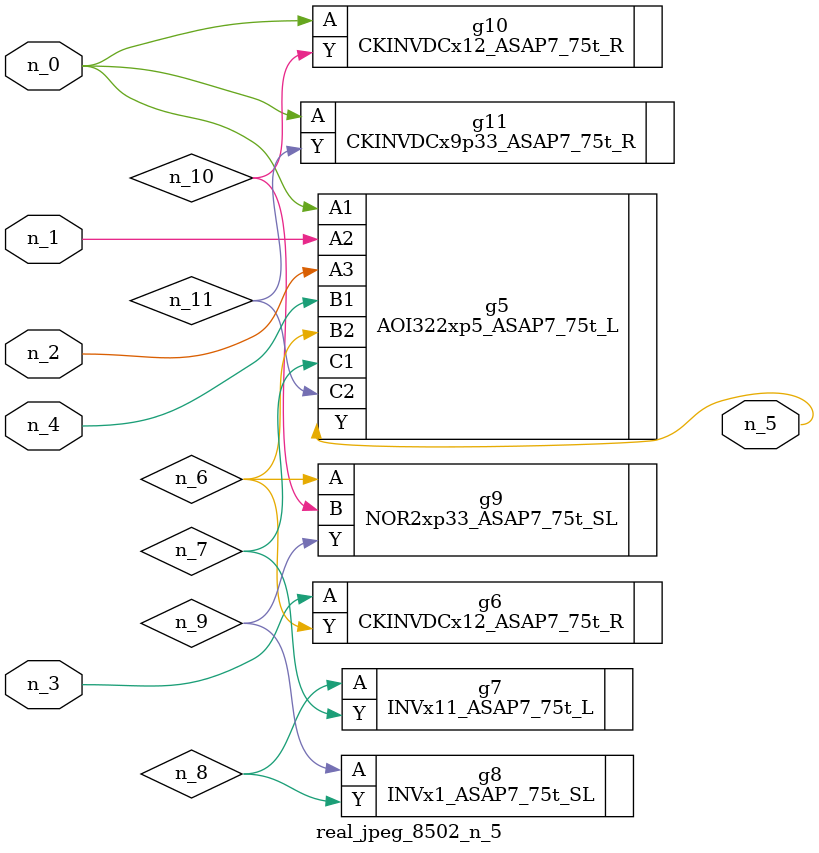
<source format=v>
module real_jpeg_8502_n_5 (n_4, n_0, n_1, n_2, n_3, n_5);

input n_4;
input n_0;
input n_1;
input n_2;
input n_3;

output n_5;

wire n_8;
wire n_11;
wire n_6;
wire n_7;
wire n_10;
wire n_9;

AOI322xp5_ASAP7_75t_L g5 ( 
.A1(n_0),
.A2(n_1),
.A3(n_2),
.B1(n_4),
.B2(n_6),
.C1(n_7),
.C2(n_11),
.Y(n_5)
);

CKINVDCx12_ASAP7_75t_R g10 ( 
.A(n_0),
.Y(n_10)
);

CKINVDCx9p33_ASAP7_75t_R g11 ( 
.A(n_0),
.Y(n_11)
);

CKINVDCx12_ASAP7_75t_R g6 ( 
.A(n_3),
.Y(n_6)
);

NOR2xp33_ASAP7_75t_SL g9 ( 
.A(n_6),
.B(n_10),
.Y(n_9)
);

INVx11_ASAP7_75t_L g7 ( 
.A(n_8),
.Y(n_7)
);

INVx1_ASAP7_75t_SL g8 ( 
.A(n_9),
.Y(n_8)
);


endmodule
</source>
